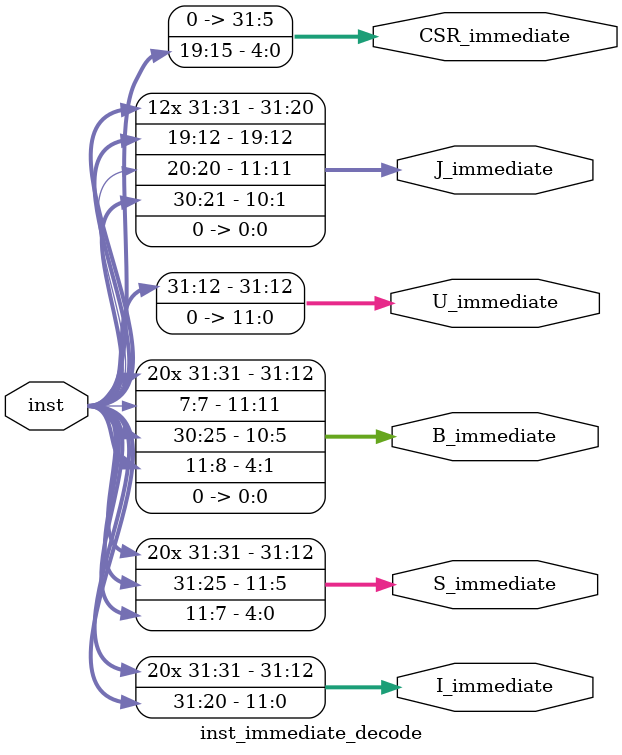
<source format=v>
`default_nettype none

module inst_immediate_decode(
    input wire[31:0] inst,
    output reg[31:0] I_immediate,
    output reg[31:0] S_immediate,
    output reg[31:0] B_immediate,
    output reg[31:0] U_immediate,
    output reg[31:0] J_immediate,
    output reg[31:0] CSR_immediate
);


always @* begin
    I_immediate = { {21{inst[31]}}, inst[30:25], inst[24:21], inst[20]};
    S_immediate = { {21{inst[31]}}, inst[30:25], inst[11:8],  inst[7]};
    B_immediate = { {20{inst[31]}}, inst[7],     inst[30:25], inst[11:8], 1'b0};
    U_immediate = { inst[31],       inst[30:20], inst[19:12], 12'b0};
    J_immediate = { {12{inst[31]}}, inst[19:12], inst[20],    inst[30:25], inst[24:21], 1'b0};
    CSR_immediate = { 27'b0, inst[19:15]};
end

endmodule

</source>
